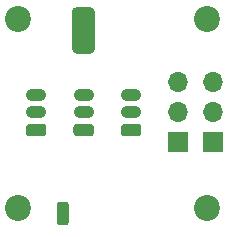
<source format=gbr>
%TF.GenerationSoftware,KiCad,Pcbnew,(5.1.9)-1*%
%TF.CreationDate,2021-10-26T22:47:50+01:00*%
%TF.ProjectId,Top hat 16mm Blade,546f7020-6861-4742-9031-366d6d20426c,rev?*%
%TF.SameCoordinates,Original*%
%TF.FileFunction,Soldermask,Bot*%
%TF.FilePolarity,Negative*%
%FSLAX46Y46*%
G04 Gerber Fmt 4.6, Leading zero omitted, Abs format (unit mm)*
G04 Created by KiCad (PCBNEW (5.1.9)-1) date 2021-10-26 22:47:50*
%MOMM*%
%LPD*%
G01*
G04 APERTURE LIST*
%ADD10O,1.700000X1.700000*%
%ADD11R,1.700000X1.700000*%
%ADD12O,1.730000X1.030000*%
%ADD13C,2.200000*%
G04 APERTURE END LIST*
%TO.C,J8*%
G36*
G01*
X164500000Y-148500000D02*
X164500000Y-145500000D01*
G75*
G02*
X165000000Y-145000000I500000J0D01*
G01*
X166000000Y-145000000D01*
G75*
G02*
X166500000Y-145500000I0J-500000D01*
G01*
X166500000Y-148500000D01*
G75*
G02*
X166000000Y-149000000I-500000J0D01*
G01*
X165000000Y-149000000D01*
G75*
G02*
X164500000Y-148500000I0J500000D01*
G01*
G37*
%TD*%
D10*
%TO.C,J14*%
X176500000Y-151370000D03*
X176500000Y-153910000D03*
D11*
X176500000Y-156450000D03*
%TD*%
D10*
%TO.C,J13*%
X173500000Y-151370000D03*
X173500000Y-153910000D03*
D11*
X173500000Y-156450000D03*
%TD*%
D12*
%TO.C,J12*%
X169545000Y-152440000D03*
X169545000Y-153940000D03*
G36*
G01*
X170160001Y-155955000D02*
X168929999Y-155955000D01*
G75*
G02*
X168680000Y-155705001I0J249999D01*
G01*
X168680000Y-155174999D01*
G75*
G02*
X168929999Y-154925000I249999J0D01*
G01*
X170160001Y-154925000D01*
G75*
G02*
X170410000Y-155174999I0J-249999D01*
G01*
X170410000Y-155705001D01*
G75*
G02*
X170160001Y-155955000I-249999J0D01*
G01*
G37*
%TD*%
%TO.C,J11*%
X165522500Y-152440000D03*
X165522500Y-153940000D03*
G36*
G01*
X166137501Y-155955000D02*
X164907499Y-155955000D01*
G75*
G02*
X164657500Y-155705001I0J249999D01*
G01*
X164657500Y-155174999D01*
G75*
G02*
X164907499Y-154925000I249999J0D01*
G01*
X166137501Y-154925000D01*
G75*
G02*
X166387500Y-155174999I0J-249999D01*
G01*
X166387500Y-155705001D01*
G75*
G02*
X166137501Y-155955000I-249999J0D01*
G01*
G37*
%TD*%
%TO.C,J10*%
X161500000Y-152440000D03*
X161500000Y-153940000D03*
G36*
G01*
X162115001Y-155955000D02*
X160884999Y-155955000D01*
G75*
G02*
X160635000Y-155705001I0J249999D01*
G01*
X160635000Y-155174999D01*
G75*
G02*
X160884999Y-154925000I249999J0D01*
G01*
X162115001Y-154925000D01*
G75*
G02*
X162365000Y-155174999I0J-249999D01*
G01*
X162365000Y-155705001D01*
G75*
G02*
X162115001Y-155955000I-249999J0D01*
G01*
G37*
%TD*%
%TO.C,J1*%
G36*
G01*
X163250000Y-163250000D02*
X163250000Y-161750000D01*
G75*
G02*
X163500000Y-161500000I250000J0D01*
G01*
X164000000Y-161500000D01*
G75*
G02*
X164250000Y-161750000I0J-250000D01*
G01*
X164250000Y-163250000D01*
G75*
G02*
X164000000Y-163500000I-250000J0D01*
G01*
X163500000Y-163500000D01*
G75*
G02*
X163250000Y-163250000I0J250000D01*
G01*
G37*
%TD*%
D13*
%TO.C,H4*%
X176000000Y-162000000D03*
%TD*%
%TO.C,H3*%
X176000000Y-146000000D03*
%TD*%
%TO.C,H2*%
X160000000Y-162000000D03*
%TD*%
%TO.C,H1*%
X160000000Y-146000000D03*
%TD*%
M02*

</source>
